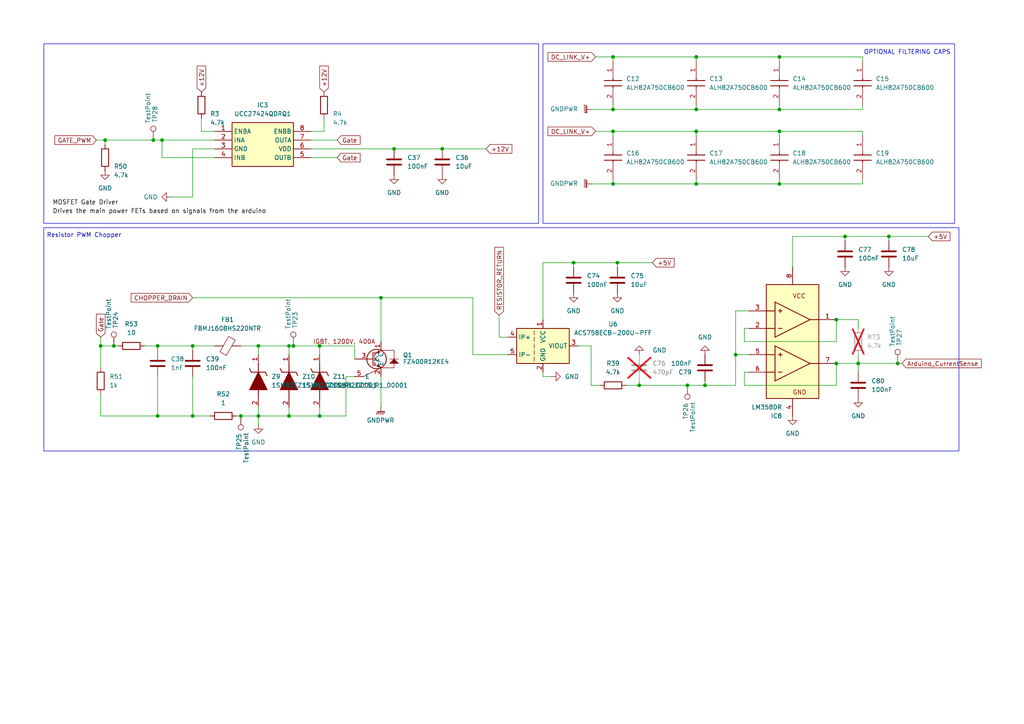
<source format=kicad_sch>
(kicad_sch (version 20250114) (generator "eeschema") (generator_version "9.0")
  (paper "A4")
  (lib_symbols
    (symbol "Connector:TestPoint" (pin_numbers (hide yes)) (pin_names (offset 0.762) (hide yes))
      (property "Reference" "TP" (at 0 6.858 0))
      (property "Value" "TestPoint" (at 0 5.08 0))
      (symbol "TestPoint_0_1"
        (circle (center 0 3.302) (radius 0.762))
      )
      (symbol "TestPoint_1_1"
        (pin passive line (at 0 0 90) (length 2.54) (name "1") (number "1"))
      )
    )
    (symbol "Device:C" (pin_numbers (hide yes)) (pin_names (offset 0.254))
      (property "Reference" "C" (at 0.635 2.54 0))
      (property "Value" "C" (at 0.635 -2.54 0))
      (symbol "C_0_1"
        (polyline (pts (xy -2.032 0.762) (xy 2.032 0.762)) (stroke (width 0.508)))
        (polyline (pts (xy -2.032 -0.762) (xy 2.032 -0.762)) (stroke (width 0.508)))
      )
      (symbol "C_1_1"
        (pin passive line (at 0 3.81 270) (length 2.794) (name "~") (number "1"))
        (pin passive line (at 0 -3.81 90) (length 2.794) (name "~") (number "2"))
      )
    )
    (symbol "Device:FerriteBead" (pin_numbers (hide yes)) (pin_names (offset 0))
      (property "Reference" "FB" (at -3.81 0.635 90))
      (property "Value" "FerriteBead" (at 3.81 0 90))
      (symbol "FerriteBead_0_1"
        (polyline (pts (xy -2.7686 0.4064) (xy -1.7018 2.2606) (xy 2.7686 -0.3048) (xy 1.6764 -2.159) (xy -2.7686 0.4064)))
        (polyline (pts (xy 0 1.27) (xy 0 1.2954)))
        (polyline (pts (xy 0 -1.27) (xy 0 -1.2192)))
      )
      (symbol "FerriteBead_1_1"
        (pin passive line (at 0 3.81 270) (length 2.54) (name "~") (number "1"))
        (pin passive line (at 0 -3.81 90) (length 2.54) (name "~") (number "2"))
      )
    )
    (symbol "Device:R" (pin_numbers (hide yes)) (pin_names (offset 0))
      (property "Reference" "R" (at 2.032 0 90))
      (property "Value" "R" (at 0 0 90))
      (symbol "R_0_1"
        (rectangle (start -1.016 -2.54) (end 1.016 2.54) (stroke (width 0.254)))
      )
      (symbol "R_1_1"
        (pin passive line (at 0 3.81 270) (length 1.27) (name "~") (number "1"))
        (pin passive line (at 0 -3.81 90) (length 1.27) (name "~") (number "2"))
      )
    )
    (symbol "InverterCom:1SMB2EZ15_R1_00001" (pin_names (hide yes))
      (property "Reference" "Z" (at 10.16 8.89 0))
      (property "Value" "1SMB2EZ15_R1_00001" (at 10.16 6.35 0))
      (symbol "1SMB2EZ15_R1_00001_1_1"
        (polyline (pts (xy 2.54 0) (xy 5.08 0)) (stroke (width 0.254)))
        (polyline (pts (xy 4.064 -2.54) (xy 5.08 -2.032)) (stroke (width 0.254)))
        (polyline (pts (xy 5.08 2.032) (xy 5.08 -2.032)) (stroke (width 0.254)))
        (polyline (pts (xy 5.08 2.032) (xy 6.096 2.54)) (stroke (width 0.254)))
        (polyline (pts (xy 5.08 0) (xy 10.16 2.54) (xy 10.16 -2.54) (xy 5.08 0)) (stroke (width 0.254)) (fill (type outline)))
        (polyline (pts (xy 12.7 0) (xy 10.16 0)) (stroke (width 0.254)))
        (pin passive line (at 0 0 0) (length 2.54) (name "K") (number "1"))
        (pin passive line (at 15.24 0 180) (length 2.54) (name "A") (number "2"))
      )
    )
    (symbol "InverterCom:ALH82A750CB600" (pin_names (hide yes))
      (property "Reference" "C" (at 8.89 6.35 0))
      (property "Value" "ALH82A750CB600" (at 8.89 3.81 0))
      (symbol "ALH82A750CB600_1_1"
        (polyline (pts (xy 5.08 0) (xy 5.588 0)) (stroke (width 0.254)))
        (polyline (pts (xy 5.588 2.54) (xy 5.588 -2.54)) (stroke (width 0.254)))
        (polyline (pts (xy 7.112 2.54) (xy 7.112 -2.54)) (stroke (width 0.254)))
        (polyline (pts (xy 7.112 0) (xy 7.62 0)) (stroke (width 0.254)))
        (pin passive line (at 0 0 0) (length 5.08) (name "1") (number "1"))
        (pin passive line (at 12.7 0 180) (length 5.08) (name "2") (number "2"))
      )
    )
    (symbol "InverterCom:FZ400R12KE4"
      (property "Reference" "Q" (at 1.27 7.62 0))
      (symbol "FZ400R12KE4_0_1"
        (polyline (pts (xy 2.54 -5.08) (xy 7.62 -2.54)))
        (polyline (pts (xy 5.334 1.905) (xy 5.334 -1.905) (xy 5.334 -1.905)) (stroke (width 0.254)))
        (polyline (pts (xy 5.842 2.032) (xy 5.842 1.016)) (stroke (width 0.254)))
        (polyline (pts (xy 5.842 0.508) (xy 5.842 -0.508)) (stroke (width 0.254)))
        (polyline (pts (xy 5.842 -1.016) (xy 5.842 -2.032)) (stroke (width 0.254)))
        (circle (center 6.35 0) (radius 2.8194) (stroke (width 0.254)))
        (polyline (pts (xy 6.477 -2.159) (xy 6.731 -1.651) (xy 7.62 -2.413) (xy 6.477 -2.159)) (fill (type outline)))
        (polyline (pts (xy 7.239 1.905) (xy 6.985 2.413) (xy 6.096 1.651) (xy 7.239 1.905)) (fill (type outline)))
        (polyline (pts (xy 7.62 2.413) (xy 5.842 1.524)))
        (polyline (pts (xy 7.62 -0.889) (xy 5.842 0)))
        (polyline (pts (xy 7.62 -2.413) (xy 5.842 -1.524)))
        (polyline (pts (xy 7.62 -2.54) (xy 11.43 -2.54) (xy 11.43 2.54) (xy 7.62 2.54)))
        (polyline (pts (xy 10.16 0) (xy 12.7 0)))
        (polyline (pts (xy 10.16 -1.27) (xy 11.43 -1.27) (xy 12.7 -1.27) (xy 11.43 0) (xy 10.16 -1.27) (xy 11.43 -1.27) (xy 10.16 -1.27)) (fill (type outline)))
      )
      (symbol "FZ400R12KE4_1_1"
        (text "IGBT, 1200V, 400A" (at -3.048 5.08 0) (effects (font (size 1.27 1.27))))
        (pin input line (at 0 0 0) (length 5.334) (name "G") (number "3"))
        (pin passive line (at 0 -5.08 0) (length 2.54) (name "E") (number "5"))
        (pin passive line (at 7.62 5.08 270) (length 2.54) (name "C") (number "1"))
        (pin passive line (at 7.62 -5.08 90) (length 2.54) (name "E") (number "2"))
      )
    )
    (symbol "InverterCom:LM358DR" (pin_names (hide yes))
      (property "Reference" "IC" (at 22.86 17.78 0))
      (property "Value" "LM358DR" (at 22.86 15.24 0))
      (symbol "LM358DR_1_1"
        (rectangle (start 5.08 7.62) (end 20.32 -25.4) (stroke (width 0.254)) (fill (type background)))
        (polyline (pts (xy 5.08 0) (xy 7.62 0)) (stroke (width 0.254)))
        (polyline (pts (xy 5.08 -5.08) (xy 7.62 -5.08)) (stroke (width 0.254)))
        (polyline (pts (xy 5.08 -12.7) (xy 7.62 -12.7)) (stroke (width 0.254)))
        (polyline (pts (xy 5.08 -17.78) (xy 7.62 -17.78)) (stroke (width 0.254)))
        (polyline (pts (xy 7.62 -7.62) (xy 7.62 2.54)) (stroke (width 0.254)))
        (polyline (pts (xy 7.62 -10.16) (xy 7.62 -20.32)) (stroke (width 0.254)))
        (polyline (pts (xy 8.636 0) (xy 9.652 0)) (stroke (width 0.254)))
        (polyline (pts (xy 8.636 -5.08) (xy 9.652 -5.08)) (stroke (width 0.254)))
        (polyline (pts (xy 8.636 -12.7) (xy 9.652 -12.7)) (stroke (width 0.254)))
        (polyline (pts (xy 8.636 -17.78) (xy 9.652 -17.78)) (stroke (width 0.254)))
        (polyline (pts (xy 9.144 -0.508) (xy 9.144 0.508)) (stroke (width 0.254)))
        (polyline (pts (xy 9.144 -12.192) (xy 9.144 -13.208)) (stroke (width 0.254)))
        (polyline (pts (xy 17.78 -2.54) (xy 7.62 2.54)) (stroke (width 0.254)))
        (polyline (pts (xy 17.78 -2.54) (xy 7.62 -7.62)) (stroke (width 0.254)))
        (polyline (pts (xy 17.78 -2.54) (xy 20.32 -2.54)) (stroke (width 0.254)))
        (polyline (pts (xy 17.78 -15.24) (xy 7.62 -10.16)) (stroke (width 0.254)))
        (polyline (pts (xy 17.78 -15.24) (xy 7.62 -20.32)) (stroke (width 0.254)))
        (polyline (pts (xy 17.78 -15.24) (xy 20.32 -15.24)) (stroke (width 0.254)))
        (text "VCC" (at 12.7 5.08 0) (effects (font (size 1.27 1.27)) (justify left top)))
        (text "GND" (at 12.7 -22.86 0) (effects (font (size 1.27 1.27)) (justify left top)))
        (pin passive line (at 0 0 0) (length 5.08) (name "IN1+") (number "3"))
        (pin passive line (at 0 -5.08 0) (length 5.08) (name "IN1-") (number "2"))
        (pin passive line (at 0 -12.7 0) (length 5.08) (name "IN2+") (number "5"))
        (pin passive line (at 0 -17.78 0) (length 5.08) (name "IN2-") (number "6"))
        (pin passive line (at 12.7 12.7 270) (length 5.08) (name "V+") (number "8"))
        (pin passive line (at 12.7 -30.48 90) (length 5.08) (name "V-") (number "4"))
        (pin passive line (at 25.4 -2.54 180) (length 5.08) (name "OUT1") (number "1"))
        (pin passive line (at 25.4 -15.24 180) (length 5.08) (name "OUT2") (number "7"))
      )
    )
    (symbol "InverterCom:UCC27424QDRQ1"
      (property "Reference" "IC" (at 24.13 7.62 0))
      (property "Value" "UCC27424QDRQ1" (at 24.13 5.08 0))
      (symbol "UCC27424QDRQ1_1_1"
        (rectangle (start 5.08 2.54) (end 22.86 -10.16) (stroke (width 0.254)) (fill (type background)))
        (pin passive line (at 0 0 0) (length 5.08) (name "ENBA") (number "1"))
        (pin passive line (at 0 -2.54 0) (length 5.08) (name "INA") (number "2"))
        (pin passive line (at 0 -5.08 0) (length 5.08) (name "GND") (number "3"))
        (pin passive line (at 0 -7.62 0) (length 5.08) (name "INB") (number "4"))
        (pin passive line (at 27.94 0 180) (length 5.08) (name "ENBB") (number "8"))
        (pin passive line (at 27.94 -2.54 180) (length 5.08) (name "OUTA") (number "7"))
        (pin passive line (at 27.94 -5.08 180) (length 5.08) (name "VDD") (number "6"))
        (pin passive line (at 27.94 -7.62 180) (length 5.08) (name "OUTB") (number "5"))
      )
    )
    (symbol "Sensor_Current:ACS758xCB-200U-PFF"
      (property "Reference" "U" (at -7.62 6.35 0))
      (property "Value" "ACS758xCB-200U-PFF" (at 2.54 6.35 0))
      (symbol "ACS758xCB-200U-PFF_0_1"
        (rectangle (start -7.62 5.08) (end 7.62 -5.08) (stroke (width 0.254)) (fill (type background)))
        (polyline (pts (xy -2.54 3.175) (xy -2.54 4.445)))
        (polyline (pts (xy -2.54 1.27) (xy -2.54 2.54)))
        (polyline (pts (xy -2.54 0.635) (xy -2.54 -0.635)))
        (polyline (pts (xy -2.54 -1.27) (xy -2.54 -2.54)))
        (polyline (pts (xy -2.54 -3.175) (xy -2.54 -4.445)))
      )
      (symbol "ACS758xCB-200U-PFF_1_1"
        (pin passive line (at -10.16 2.54 0) (length 2.54) (name "IP+") (number "4"))
        (pin passive line (at -10.16 -2.54 0) (length 2.54) (name "IP-") (number "5"))
        (pin power_in line (at 0 7.62 270) (length 2.54) (name "VCC") (number "1"))
        (pin power_in line (at 0 -7.62 90) (length 2.54) (name "GND") (number "2"))
        (pin output line (at 10.16 0 180) (length 2.54) (name "VIOUT") (number "3"))
      )
    )
    (symbol "power:GND" (power) (pin_numbers (hide yes)) (pin_names (offset 0) (hide yes))
      (property "Value" "GND" (at 0 -3.81 0))
      (symbol "GND_0_1"
        (polyline (pts (xy 0 0) (xy 0 -1.27) (xy 1.27 -1.27) (xy 0 -2.54) (xy -1.27 -1.27) (xy 0 -1.27)))
      )
      (symbol "GND_1_1"
        (pin power_in line (at 0 0 270) (length 0) (name "~") (number "1"))
      )
    )
    (symbol "power:GNDPWR" (power) (pin_numbers (hide yes)) (pin_names (offset 0) (hide yes))
      (property "Value" "GNDPWR" (at 0 -3.302 0))
      (symbol "GNDPWR_0_1"
        (polyline (pts (xy -1.016 -1.27) (xy -1.27 -2.032) (xy -1.27 -2.032)) (stroke (width 0.2032)))
        (polyline (pts (xy -0.508 -1.27) (xy -0.762 -2.032) (xy -0.762 -2.032)) (stroke (width 0.2032)))
        (polyline (pts (xy 0 -1.27) (xy 0 0)))
        (polyline (pts (xy 0 -1.27) (xy -0.254 -2.032) (xy -0.254 -2.032)) (stroke (width 0.2032)))
        (polyline (pts (xy 0.508 -1.27) (xy 0.254 -2.032) (xy 0.254 -2.032)) (stroke (width 0.2032)))
        (polyline (pts (xy 1.016 -1.27) (xy -1.016 -1.27) (xy -1.016 -1.27)) (stroke (width 0.2032)))
        (polyline (pts (xy 1.016 -1.27) (xy 0.762 -2.032) (xy 0.762 -2.032) (xy 0.762 -2.032)) (stroke (width 0.2032)))
      )
      (symbol "GNDPWR_1_1"
        (pin power_in line (at 0 0 270) (length 0) (name "~") (number "1"))
      )
    )
  )
  (rectangle (start 12.7 66.04) (end 278.13 130.81))
  (rectangle (start 157.48 12.7) (end 276.86 64.77))
  (rectangle (start 12.7 12.7) (end 156.21 64.77))
  (text "OPTIONAL FILTERING CAPS" (at 263.144 15.24 0) (effects (font (size 1.27 1.27))))
  (text "Resistor PWM Chopper" (at 24.384 68.326 0) (effects (font (size 1.27 1.27))))
  (junction (at 248.92 105.41))
  (junction (at 226.06 31.75))
  (junction (at 177.8 38.1))
  (junction (at 199.39 111.76))
  (junction (at 185.42 111.76))
  (junction (at 166.37 76.2))
  (junction (at 201.93 38.1))
  (junction (at 177.8 53.34))
  (junction (at 29.21 100.33))
  (junction (at 45.72 100.33))
  (junction (at 69.85 120.65))
  (junction (at 83.82 120.65))
  (junction (at 201.93 31.75))
  (junction (at 201.93 16.51))
  (junction (at 55.88 120.65))
  (junction (at 257.81 68.58))
  (junction (at 45.72 120.65))
  (junction (at 46.99 40.64))
  (junction (at 128.27 43.18))
  (junction (at 201.93 53.34))
  (junction (at 242.57 105.41))
  (junction (at 92.71 120.65))
  (junction (at 74.93 120.65))
  (junction (at 55.88 100.33))
  (junction (at 83.82 100.33))
  (junction (at 245.11 68.58))
  (junction (at 33.02 100.33))
  (junction (at 226.06 16.51))
  (junction (at 213.36 102.87))
  (junction (at 30.48 40.64))
  (junction (at 177.8 31.75))
  (junction (at 260.35 105.41))
  (junction (at 204.47 111.76))
  (junction (at 226.06 53.34))
  (junction (at 114.3 43.18))
  (junction (at 177.8 16.51))
  (junction (at 85.09 100.33))
  (junction (at 179.07 76.2))
  (junction (at 110.49 86.36))
  (junction (at 44.45 40.64))
  (junction (at 74.93 100.33))
  (junction (at 242.57 92.71))
  (junction (at 92.71 100.33))
  (junction (at 226.06 38.1))
  (wire (pts (xy 260.35 105.41) (xy 261.62 105.41)))
  (wire (pts (xy 226.06 17.78) (xy 226.06 16.51)))
  (wire (pts (xy 27.94 40.64) (xy 30.48 40.64)))
  (wire (pts (xy 46.99 45.72) (xy 62.23 45.72)))
  (wire (pts (xy 204.47 111.76) (xy 213.36 111.76)))
  (wire (pts (xy 215.9 95.25) (xy 215.9 99.06)))
  (wire (pts (xy 199.39 111.76) (xy 204.47 111.76)))
  (wire (pts (xy 55.88 43.18) (xy 62.23 43.18)))
  (wire (pts (xy 257.81 69.85) (xy 257.81 68.58)))
  (wire (pts (xy 49.53 57.15) (xy 55.88 57.15)))
  (wire (pts (xy 172.72 38.1) (xy 177.8 38.1)))
  (wire (pts (xy 102.87 100.33) (xy 102.87 104.14)))
  (wire (pts (xy 213.36 90.17) (xy 213.36 102.87)))
  (wire (pts (xy 226.06 31.75) (xy 250.19 31.75)))
  (wire (pts (xy 93.98 34.29) (xy 93.98 38.1)))
  (wire (pts (xy 226.06 31.75) (xy 226.06 30.48)))
  (wire (pts (xy 100.33 109.22) (xy 100.33 120.65)))
  (wire (pts (xy 250.19 38.1) (xy 226.06 38.1)))
  (wire (pts (xy 55.88 86.36) (xy 110.49 86.36)))
  (wire (pts (xy 177.8 17.78) (xy 177.8 16.51)))
  (wire (pts (xy 90.17 40.64) (xy 97.79 40.64)))
  (wire (pts (xy 242.57 92.71) (xy 248.92 92.71)))
  (wire (pts (xy 177.8 31.75) (xy 201.93 31.75)))
  (wire (pts (xy 30.48 40.64) (xy 44.45 40.64)))
  (wire (pts (xy 55.88 109.22) (xy 55.88 120.65)))
  (wire (pts (xy 29.21 120.65) (xy 29.21 114.3)))
  (wire (pts (xy 46.99 40.64) (xy 62.23 40.64)))
  (wire (pts (xy 144.78 97.79) (xy 147.32 97.79)))
  (wire (pts (xy 29.21 100.33) (xy 29.21 97.79)))
  (wire (pts (xy 248.92 102.87) (xy 248.92 105.41)))
  (wire (pts (xy 46.99 40.64) (xy 46.99 45.72)))
  (wire (pts (xy 100.33 109.22) (xy 102.87 109.22)))
  (wire (pts (xy 204.47 110.49) (xy 204.47 111.76)))
  (wire (pts (xy 226.06 53.34) (xy 226.06 52.07)))
  (wire (pts (xy 257.81 68.58) (xy 269.24 68.58)))
  (wire (pts (xy 85.09 100.33) (xy 92.71 100.33)))
  (wire (pts (xy 201.93 53.34) (xy 201.93 52.07)))
  (wire (pts (xy 171.45 100.33) (xy 167.64 100.33)))
  (wire (pts (xy 34.29 100.33) (xy 33.02 100.33)))
  (wire (pts (xy 44.45 40.64) (xy 46.99 40.64)))
  (wire (pts (xy 213.36 90.17) (xy 217.17 90.17)))
  (wire (pts (xy 213.36 111.76) (xy 213.36 102.87)))
  (wire (pts (xy 137.16 86.36) (xy 137.16 102.87)))
  (wire (pts (xy 55.88 100.33) (xy 62.23 100.33)))
  (wire (pts (xy 55.88 120.65) (xy 45.72 120.65)))
  (wire (pts (xy 226.06 38.1) (xy 201.93 38.1)))
  (wire (pts (xy 55.88 120.65) (xy 60.96 120.65)))
  (wire (pts (xy 179.07 77.47) (xy 179.07 76.2)))
  (wire (pts (xy 242.57 99.06) (xy 242.57 92.71)))
  (wire (pts (xy 189.23 76.2) (xy 179.07 76.2)))
  (wire (pts (xy 250.19 31.75) (xy 250.19 30.48)))
  (wire (pts (xy 92.71 100.33) (xy 102.87 100.33)))
  (wire (pts (xy 83.82 100.33) (xy 85.09 100.33)))
  (wire (pts (xy 45.72 109.22) (xy 45.72 120.65)))
  (wire (pts (xy 74.93 100.33) (xy 83.82 100.33)))
  (wire (pts (xy 69.85 120.65) (xy 68.58 120.65)))
  (wire (pts (xy 229.87 68.58) (xy 245.11 68.58)))
  (wire (pts (xy 217.17 95.25) (xy 215.9 95.25)))
  (wire (pts (xy 215.9 99.06) (xy 242.57 99.06)))
  (wire (pts (xy 201.93 31.75) (xy 226.06 31.75)))
  (wire (pts (xy 250.19 53.34) (xy 250.19 52.07)))
  (wire (pts (xy 144.78 91.44) (xy 144.78 97.79)))
  (wire (pts (xy 58.42 34.29) (xy 58.42 38.1)))
  (wire (pts (xy 171.45 111.76) (xy 171.45 100.33)))
  (wire (pts (xy 157.48 107.95) (xy 157.48 109.22)))
  (wire (pts (xy 177.8 53.34) (xy 201.93 53.34)))
  (wire (pts (xy 185.42 111.76) (xy 199.39 111.76)))
  (wire (pts (xy 226.06 16.51) (xy 201.93 16.51)))
  (wire (pts (xy 55.88 100.33) (xy 55.88 101.6)))
  (wire (pts (xy 171.45 31.75) (xy 177.8 31.75)))
  (wire (pts (xy 215.9 111.76) (xy 242.57 111.76)))
  (wire (pts (xy 201.93 16.51) (xy 177.8 16.51)))
  (wire (pts (xy 177.8 39.37) (xy 177.8 38.1)))
  (wire (pts (xy 201.93 53.34) (xy 226.06 53.34)))
  (wire (pts (xy 62.23 38.1) (xy 58.42 38.1)))
  (wire (pts (xy 177.8 31.75) (xy 177.8 30.48)))
  (wire (pts (xy 171.45 53.34) (xy 177.8 53.34)))
  (wire (pts (xy 172.72 16.51) (xy 177.8 16.51)))
  (wire (pts (xy 90.17 43.18) (xy 114.3 43.18)))
  (wire (pts (xy 226.06 39.37) (xy 226.06 38.1)))
  (wire (pts (xy 90.17 45.72) (xy 97.79 45.72)))
  (wire (pts (xy 245.11 69.85) (xy 245.11 68.58)))
  (wire (pts (xy 74.93 118.11) (xy 74.93 120.65)))
  (wire (pts (xy 29.21 120.65) (xy 45.72 120.65)))
  (wire (pts (xy 248.92 105.41) (xy 248.92 107.95)))
  (wire (pts (xy 110.49 86.36) (xy 110.49 99.06)))
  (wire (pts (xy 92.71 120.65) (xy 100.33 120.65)))
  (wire (pts (xy 229.87 68.58) (xy 229.87 77.47)))
  (wire (pts (xy 171.45 111.76) (xy 173.99 111.76)))
  (wire (pts (xy 114.3 43.18) (xy 128.27 43.18)))
  (wire (pts (xy 215.9 107.95) (xy 215.9 111.76)))
  (wire (pts (xy 248.92 92.71) (xy 248.92 95.25)))
  (wire (pts (xy 250.19 16.51) (xy 226.06 16.51)))
  (wire (pts (xy 217.17 107.95) (xy 215.9 107.95)))
  (wire (pts (xy 83.82 100.33) (xy 83.82 102.87)))
  (wire (pts (xy 92.71 100.33) (xy 92.71 102.87)))
  (wire (pts (xy 83.82 118.11) (xy 83.82 120.65)))
  (wire (pts (xy 166.37 77.47) (xy 166.37 76.2)))
  (wire (pts (xy 201.93 17.78) (xy 201.93 16.51)))
  (wire (pts (xy 110.49 86.36) (xy 137.16 86.36)))
  (wire (pts (xy 201.93 39.37) (xy 201.93 38.1)))
  (wire (pts (xy 137.16 102.87) (xy 147.32 102.87)))
  (wire (pts (xy 181.61 111.76) (xy 185.42 111.76)))
  (wire (pts (xy 45.72 100.33) (xy 41.91 100.33)))
  (wire (pts (xy 83.82 120.65) (xy 92.71 120.65)))
  (wire (pts (xy 177.8 53.34) (xy 177.8 52.07)))
  (wire (pts (xy 166.37 76.2) (xy 157.48 76.2)))
  (wire (pts (xy 74.93 120.65) (xy 69.85 120.65)))
  (wire (pts (xy 74.93 120.65) (xy 83.82 120.65)))
  (wire (pts (xy 93.98 38.1) (xy 90.17 38.1)))
  (wire (pts (xy 29.21 100.33) (xy 29.21 106.68)))
  (wire (pts (xy 45.72 101.6) (xy 45.72 100.33)))
  (wire (pts (xy 248.92 105.41) (xy 260.35 105.41)))
  (wire (pts (xy 157.48 109.22) (xy 160.02 109.22)))
  (wire (pts (xy 185.42 110.49) (xy 185.42 111.76)))
  (wire (pts (xy 74.93 100.33) (xy 74.93 102.87)))
  (wire (pts (xy 250.19 39.37) (xy 250.19 38.1)))
  (wire (pts (xy 201.93 31.75) (xy 201.93 30.48)))
  (wire (pts (xy 179.07 76.2) (xy 166.37 76.2)))
  (wire (pts (xy 92.71 118.11) (xy 92.71 120.65)))
  (wire (pts (xy 201.93 38.1) (xy 177.8 38.1)))
  (wire (pts (xy 250.19 17.78) (xy 250.19 16.51)))
  (wire (pts (xy 242.57 105.41) (xy 248.92 105.41)))
  (wire (pts (xy 110.49 118.11) (xy 110.49 109.22)))
  (wire (pts (xy 45.72 100.33) (xy 55.88 100.33)))
  (wire (pts (xy 30.48 40.64) (xy 30.48 41.91)))
  (wire (pts (xy 242.57 111.76) (xy 242.57 105.41)))
  (wire (pts (xy 74.93 120.65) (xy 74.93 123.19)))
  (wire (pts (xy 213.36 102.87) (xy 217.17 102.87)))
  (wire (pts (xy 33.02 100.33) (xy 29.21 100.33)))
  (wire (pts (xy 157.48 76.2) (xy 157.48 92.71)))
  (wire (pts (xy 226.06 53.34) (xy 250.19 53.34)))
  (wire (pts (xy 128.27 43.18) (xy 140.97 43.18)))
  (wire (pts (xy 55.88 43.18) (xy 55.88 57.15)))
  (wire (pts (xy 245.11 68.58) (xy 257.81 68.58)))
  (wire (pts (xy 69.85 100.33) (xy 74.93 100.33)))
  (label "MOSFET Gate Driver" (at 15.24 59.69 0))
  (label "Drives the main power FETs based on signals from the arduino" (at 15.24 62.23 0))
  (global_label "Gate" (shape input) (at 97.79 40.64 0) (property "Intersheetrefs" "${INTERSHEET_REFS}" (effects (hide yes))))
  (global_label "+12V" (shape input) (at 58.42 26.67 90) (property "Intersheetrefs" "${INTERSHEET_REFS}" (effects (hide yes))))
  (global_label "Gate" (shape input) (at 29.21 97.79 90) (property "Intersheetrefs" "${INTERSHEET_REFS}" (effects (hide yes))))
  (global_label "+5V" (shape input) (at 269.24 68.58 0) (property "Intersheetrefs" "${INTERSHEET_REFS}" (effects (hide yes))))
  (global_label "Arduino_CurrentSense" (shape input) (at 261.62 105.41 0) (property "Intersheetrefs" "${INTERSHEET_REFS}" (effects (hide yes))))
  (global_label "+12V" (shape input) (at 140.97 43.18 0) (property "Intersheetrefs" "${INTERSHEET_REFS}" (effects (hide yes))))
  (global_label "GATE_PWM" (shape input) (at 27.94 40.64 180) (property "Intersheetrefs" "${INTERSHEET_REFS}" (effects (hide yes))))
  (global_label "CHOPPER_DRAIN" (shape input) (at 55.88 86.36 180) (property "Intersheetrefs" "${INTERSHEET_REFS}" (effects (hide yes))))
  (global_label "DC_LINK_V+" (shape input) (at 172.72 38.1 180) (property "Intersheetrefs" "${INTERSHEET_REFS}" (effects (hide yes))))
  (global_label "Gate" (shape input) (at 97.79 45.72 0) (property "Intersheetrefs" "${INTERSHEET_REFS}" (effects (hide yes))))
  (global_label "RESISTOR_RETURN" (shape input) (at 144.78 91.44 90) (property "Intersheetrefs" "${INTERSHEET_REFS}" (effects (hide yes))))
  (global_label "+12V" (shape input) (at 93.98 26.67 90) (property "Intersheetrefs" "${INTERSHEET_REFS}" (effects (hide yes))))
  (global_label "+5V" (shape input) (at 189.23 76.2 0) (property "Intersheetrefs" "${INTERSHEET_REFS}" (effects (hide yes))))
  (global_label "DC_LINK_V+" (shape input) (at 172.72 16.51 180) (property "Intersheetrefs" "${INTERSHEET_REFS}" (effects (hide yes))))
  (symbol (lib_id "Device:C") (at 204.47 106.68 180) (unit 1)
    (property "Reference" "C79" (at 200.66 107.9501 0) (effects (justify left)))
    (property "Value" "100nF" (at 200.66 105.4101 0) (effects (justify left)))
    (property "Footprint" "Capacitor_SMD:C_1210_3225Metric_Pad1.33x2.70mm_HandSolder" (effects (hide yes)))
    (property "Description" "Unpolarized capacitor" (effects (hide yes)))
  )
  (symbol (lib_id "Connector:TestPoint") (at 85.09 100.33 0) (unit 1)
    (property "Reference" "TP23" (at 85.598 95.25 90) (effects (justify left)))
    (property "Value" "TestPoint" (at 83.566 95.504 90) (effects (justify left)))
    (property "Footprint" "TestPoint:TestPoint_Loop_D2.54mm_Drill1.5mm_Beaded" (effects (hide yes)))
    (property "Description" "test point" (effects (hide yes)))
  )
  (symbol (lib_id "Device:C") (at 245.11 73.66 0) (unit 1)
    (property "Reference" "C77" (at 248.92 72.3899 0) (effects (justify left)))
    (property "Value" "100nF" (at 248.92 74.9299 0) (effects (justify left)))
    (property "Footprint" "Capacitor_SMD:C_1210_3225Metric_Pad1.33x2.70mm_HandSolder" (effects (hide yes)))
    (property "Description" "Unpolarized capacitor" (effects (hide yes)))
  )
  (symbol (lib_id "power:GND") (at 74.93 123.19 0) (unit 1)
    (property "Reference" "#PWR0124" (effects (hide yes)))
    (property "Value" "GND" (at 74.93 128.27 0))
    (property "Description" "Power symbol creates a global label with name \"GND\" , ground" (effects (hide yes)))
  )
  (symbol (lib_id "power:GND") (at 245.11 77.47 0) (unit 1)
    (property "Reference" "#PWR0114" (effects (hide yes)))
    (property "Value" "GND" (at 245.11 82.55 0))
    (property "Description" "Power symbol creates a global label with name \"GND\" , ground" (effects (hide yes)))
  )
  (symbol (lib_id "InverterCom:ALH82A750CB600") (at 201.93 17.78 270) (unit 1)
    (property "Reference" "C13" (at 205.74 22.8599 90) (effects (justify left)))
    (property "Value" "ALH82A750CB600" (at 205.74 25.3999 90) (effects (justify left)))
    (property "Footprint" "InverterCom:ALH82A750CB600" (effects (hide yes)))
    (property "Datasheet" "https://search.kemet.com/component-documentation/download/specsheet/ALH82A750CB600" (effects (hide yes)))
    (property "Description" "75 F 600 V Aluminum Electrolytic Capacitors Radial, Can - Snap-In 1.861Ohm @ 100Hz 3000 Hrs @ 105C" (effects (hide yes)))
    (property "Height" "32" (effects (hide yes)))
    (property "Mouser Part Number" "80-ALH82A750CB600" (effects (hide yes)))
    (property "Mouser Price/Stock" "https://www.mouser.co.uk/ProductDetail/KEMET/ALH82A750CB600?qs=IPgv5n7u5QYD2qLIrnuv%2FQ%3D%3D" (effects (hide yes)))
    (property "Manufacturer_Name" "KEMET" (effects (hide yes)))
    (property "Manufacturer_Part_Number" "ALH82A750CB600" (effects (hide yes)))
  )
  (symbol (lib_id "Device:C") (at 114.3 46.99 0) (unit 1)
    (property "Reference" "C37" (at 118.11 45.7199 0) (effects (justify left)))
    (property "Value" "100nF" (at 118.11 48.2599 0) (effects (justify left)))
    (property "Footprint" "Capacitor_SMD:C_1210_3225Metric_Pad1.33x2.70mm_HandSolder" (effects (hide yes)))
    (property "Description" "Unpolarized capacitor" (effects (hide yes)))
  )
  (symbol (lib_id "Device:FerriteBead") (at 66.04 100.33 90) (unit 1)
    (property "Reference" "FB1" (at 65.9892 92.71 90))
    (property "Value" "FBMJ1608HS220NTR" (at 65.9892 95.25 90))
    (property "Footprint" "InverterCom:BEADC1608X100N" (effects (hide yes)))
    (property "Description" "Ferrite bead" (effects (hide yes)))
    (property "Height" "1" (effects (hide yes)))
    (property "Mouser Part Number" "963-FBMJ1608HS220NTR" (effects (hide yes)))
    (property "Mouser Price/Stock" "https://www.mouser.co.uk/ProductDetail/TAIYO-YUDEN/FBMJ1608HS220NTR?qs=qEEMd6hQM8XfqBRLulOo%2FQ%3D%3D" (effects (hide yes)))
    (property "Manufacturer_Name" "TAIYO YUDEN" (effects (hide yes)))
    (property "Manufacturer_Part_Number" "FBMJ1608HS220NTR" (effects (hide yes)))
  )
  (symbol (lib_id "Connector:TestPoint") (at 69.85 120.65 180) (unit 1)
    (property "Reference" "TP25" (at 69.342 125.73 90) (effects (justify left)))
    (property "Value" "TestPoint" (at 71.374 125.476 90) (effects (justify left)))
    (property "Footprint" "TestPoint:TestPoint_Loop_D2.54mm_Drill1.5mm_Beaded" (effects (hide yes)))
    (property "Description" "test point" (effects (hide yes)))
  )
  (symbol (lib_id "power:GND") (at 49.53 57.15 270) (unit 1)
    (property "Reference" "#PWR0103" (effects (hide yes)))
    (property "Value" "GND" (at 45.72 57.1499 90) (effects (justify right)))
    (property "Description" "Power symbol creates a global label with name \"GND\" , ground" (effects (hide yes)))
  )
  (symbol (lib_id "InverterCom:1SMB2EZ15_R1_00001") (at 83.82 102.87 270) (unit 1)
    (property "Reference" "Z10" (at 87.63 109.2199 90) (effects (justify left)))
    (property "Value" "1SMB2EZ15_R1_00001" (at 87.63 111.7599 90) (effects (justify left)))
    (property "Footprint" "InverterCom:1SMB2EZ15_R1_00001" (effects (hide yes)))
    (property "Datasheet" "https://www.panjit.com.tw/upload/datasheet/1SMB2EZ6.8_SERIES.pdf" (effects (hide yes)))
    (property "Description" "Zener Diode 15 V 2 W +/-5% Surface Mount SMB (DO-214AA)" (effects (hide yes)))
    (property "Height" "2.44" (effects (hide yes)))
    (property "Mouser Part Number" "241-1SMB2EZ15R100001" (effects (hide yes)))
    (property "Mouser Price/Stock" "https://www.mouser.co.uk/ProductDetail/Panjit/1SMB2EZ15_R1_00001?qs=sPbYRqrBIVlScXzJBeNObw%3D%3D" (effects (hide yes)))
    (property "Manufacturer_Name" "PANJIT" (effects (hide yes)))
    (property "Manufacturer_Part_Number" "1SMB2EZ15_R1_00001" (effects (hide yes)))
  )
  (symbol (lib_id "InverterCom:FZ400R12KE4") (at 102.87 104.14 0) (unit 1)
    (property "Reference" "Q1" (at 116.84 102.9941 0) (effects (justify left)))
    (property "Value" "FZ400R12KE4" (at 116.84 104.8992 0) (effects (justify left)))
    (property "Footprint" "InverterCom:FZ400R12KE4" (effects (hide yes)))
  )
  (symbol (lib_id "Device:C") (at 257.81 73.66 0) (unit 1)
    (property "Reference" "C78" (at 261.62 72.3899 0) (effects (justify left)))
    (property "Value" "10uF" (at 261.62 74.9299 0) (effects (justify left)))
    (property "Footprint" "Capacitor_SMD:C_1210_3225Metric_Pad1.33x2.70mm_HandSolder" (effects (hide yes)))
    (property "Description" "Unpolarized capacitor" (effects (hide yes)))
  )
  (symbol (lib_id "Device:C") (at 185.42 106.68 0) (unit 1) (dnp yes)
    (property "Reference" "C76" (at 189.23 105.4099 0) (effects (justify left)))
    (property "Value" "470pF" (at 189.23 107.9499 0) (effects (justify left)))
    (property "Footprint" "Capacitor_SMD:C_1210_3225Metric_Pad1.33x2.70mm_HandSolder" (effects (hide yes)))
    (property "Description" "Unpolarized capacitor" (effects (hide yes)))
  )
  (symbol (lib_id "Connector:TestPoint") (at 44.45 40.64 0) (unit 1)
    (property "Reference" "TP28" (at 44.958 35.56 90) (effects (justify left)))
    (property "Value" "TestPoint" (at 42.926 35.814 90) (effects (justify left)))
    (property "Footprint" "TestPoint:TestPoint_Loop_D2.54mm_Drill1.5mm_Beaded" (effects (hide yes)))
    (property "Description" "test point" (effects (hide yes)))
  )
  (symbol (lib_id "Connector:TestPoint") (at 33.02 100.33 0) (unit 1)
    (property "Reference" "TP24" (at 33.528 95.25 90) (effects (justify left)))
    (property "Value" "TestPoint" (at 31.496 95.504 90) (effects (justify left)))
    (property "Footprint" "TestPoint:TestPoint_Loop_D2.54mm_Drill1.5mm_Beaded" (effects (hide yes)))
    (property "Description" "test point" (effects (hide yes)))
  )
  (symbol (lib_id "Device:R") (at 58.42 30.48 180) (unit 1)
    (property "Reference" "R3" (at 60.96 33.0199 0) (effects (justify right)))
    (property "Value" "4.7k" (at 60.96 35.5599 0) (effects (justify right)))
    (property "Footprint" "Resistor_SMD:R_1210_3225Metric_Pad1.30x2.65mm_HandSolder" (effects (hide yes)))
    (property "Description" "Resistor" (effects (hide yes)))
  )
  (symbol (lib_id "Device:R") (at 93.98 30.48 180) (unit 1)
    (property "Reference" "R4" (at 96.52 33.0199 0) (effects (justify right)))
    (property "Value" "4.7k" (at 96.52 35.5599 0) (effects (justify right)))
    (property "Footprint" "Resistor_SMD:R_1210_3225Metric_Pad1.30x2.65mm_HandSolder" (effects (hide yes)))
    (property "Description" "Resistor" (effects (hide yes)))
  )
  (symbol (lib_id "Device:R") (at 30.48 45.72 180) (unit 1)
    (property "Reference" "R50" (at 33.02 48.2599 0) (effects (justify right)))
    (property "Value" "4.7k" (at 33.02 50.7999 0) (effects (justify right)))
    (property "Footprint" "Resistor_SMD:R_1210_3225Metric_Pad1.30x2.65mm_HandSolder" (effects (hide yes)))
    (property "Description" "Resistor" (effects (hide yes)))
  )
  (symbol (lib_id "Device:R") (at 29.21 110.49 0) (unit 1)
    (property "Reference" "R51" (at 31.75 109.2199 0) (effects (justify left)))
    (property "Value" "1k" (at 31.75 111.7599 0) (effects (justify left)))
    (property "Footprint" "Resistor_SMD:R_1210_3225Metric_Pad1.30x2.65mm_HandSolder" (effects (hide yes)))
    (property "Description" "Resistor" (effects (hide yes)))
  )
  (symbol (lib_id "power:GND") (at 179.07 85.09 0) (unit 1)
    (property "Reference" "#PWR0110" (effects (hide yes)))
    (property "Value" "GND" (at 179.07 90.17 0))
    (property "Description" "Power symbol creates a global label with name \"GND\" , ground" (effects (hide yes)))
  )
  (symbol (lib_id "Device:C") (at 45.72 105.41 180) (unit 1)
    (property "Reference" "C38" (at 49.53 104.1399 0) (effects (justify right)))
    (property "Value" "1nF" (at 49.53 106.6799 0) (effects (justify right)))
    (property "Footprint" "Capacitor_SMD:C_1210_3225Metric_Pad1.33x2.70mm_HandSolder" (effects (hide yes)))
    (property "Description" "Unpolarized capacitor" (effects (hide yes)))
  )
  (symbol (lib_id "InverterCom:ALH82A750CB600") (at 250.19 17.78 270) (unit 1)
    (property "Reference" "C15" (at 254 22.8599 90) (effects (justify left)))
    (property "Value" "ALH82A750CB600" (at 254 25.3999 90) (effects (justify left)))
    (property "Footprint" "InverterCom:ALH82A750CB600" (effects (hide yes)))
    (property "Datasheet" "https://search.kemet.com/component-documentation/download/specsheet/ALH82A750CB600" (effects (hide yes)))
    (property "Description" "75 F 600 V Aluminum Electrolytic Capacitors Radial, Can - Snap-In 1.861Ohm @ 100Hz 3000 Hrs @ 105C" (effects (hide yes)))
    (property "Height" "32" (effects (hide yes)))
    (property "Mouser Part Number" "80-ALH82A750CB600" (effects (hide yes)))
    (property "Mouser Price/Stock" "https://www.mouser.co.uk/ProductDetail/KEMET/ALH82A750CB600?qs=IPgv5n7u5QYD2qLIrnuv%2FQ%3D%3D" (effects (hide yes)))
    (property "Manufacturer_Name" "KEMET" (effects (hide yes)))
    (property "Manufacturer_Part_Number" "ALH82A750CB600" (effects (hide yes)))
  )
  (symbol (lib_id "power:GND") (at 204.47 102.87 180) (unit 1)
    (property "Reference" "#PWR0122" (effects (hide yes)))
    (property "Value" "GND" (at 204.47 97.79 0))
    (property "Description" "Power symbol creates a global label with name \"GND\" , ground" (effects (hide yes)))
  )
  (symbol (lib_id "Device:C") (at 179.07 81.28 0) (unit 1)
    (property "Reference" "C75" (at 182.88 80.0099 0) (effects (justify left)))
    (property "Value" "10uF" (at 182.88 82.5499 0) (effects (justify left)))
    (property "Footprint" "Capacitor_SMD:C_1210_3225Metric_Pad1.33x2.70mm_HandSolder" (effects (hide yes)))
    (property "Description" "Unpolarized capacitor" (effects (hide yes)))
  )
  (symbol (lib_id "Sensor_Current:ACS758xCB-200U-PFF") (at 157.48 100.33 0) (unit 1)
    (property "Reference" "U6" (at 177.8 94.0114 0))
    (property "Value" "ACS758ECB-200U-PFF" (at 177.8 96.5514 0))
    (property "Footprint" "Sensor_Current:Allegro_CB_PFF" (effects (hide yes)))
    (property "Datasheet" "http://www.allegromicro.com/~/media/Files/Datasheets/ACS758-Datasheet.ashx?la=en" (effects (hide yes)))
    (property "Description" "200A Unidirectional Hall-Effect Current Sensor, +5.0V supply, 20mV/A, CB-5 PFF" (effects (hide yes)))
  )
  (symbol (lib_id "Device:R") (at 64.77 120.65 90) (unit 1)
    (property "Reference" "R52" (at 64.77 114.3 90))
    (property "Value" "1" (at 64.77 116.84 90))
    (property "Footprint" "Resistor_SMD:R_1210_3225Metric_Pad1.30x2.65mm_HandSolder" (effects (hide yes)))
    (property "Description" "Resistor" (effects (hide yes)))
  )
  (symbol (lib_id "power:GND") (at 257.81 77.47 0) (unit 1)
    (property "Reference" "#PWR0115" (effects (hide yes)))
    (property "Value" "GND" (at 257.81 82.55 0))
    (property "Description" "Power symbol creates a global label with name \"GND\" , ground" (effects (hide yes)))
  )
  (symbol (lib_id "Device:C") (at 128.27 46.99 0) (unit 1)
    (property "Reference" "C36" (at 132.08 45.7199 0) (effects (justify left)))
    (property "Value" "10uF" (at 132.08 48.2599 0) (effects (justify left)))
    (property "Footprint" "Capacitor_SMD:C_1210_3225Metric_Pad1.33x2.70mm_HandSolder" (effects (hide yes)))
    (property "Description" "Unpolarized capacitor" (effects (hide yes)))
  )
  (symbol (lib_id "power:GNDPWR") (at 171.45 31.75 270) (unit 1)
    (property "Reference" "#PWR018" (effects (hide yes)))
    (property "Value" "GNDPWR" (at 167.64 31.6229 90) (effects (justify right)))
    (property "Description" "Power symbol creates a global label with name \"GNDPWR\" , global ground" (effects (hide yes)))
  )
  (symbol (lib_id "power:GND") (at 128.27 50.8 0) (unit 1)
    (property "Reference" "#PWR0104" (effects (hide yes)))
    (property "Value" "GND" (at 128.27 55.88 0))
    (property "Description" "Power symbol creates a global label with name \"GND\" , ground" (effects (hide yes)))
  )
  (symbol (lib_id "Connector:TestPoint") (at 199.39 111.76 180) (unit 1)
    (property "Reference" "TP26" (at 198.882 116.84 90) (effects (justify left)))
    (property "Value" "TestPoint" (at 200.914 116.586 90) (effects (justify left)))
    (property "Footprint" "TestPoint:TestPoint_Loop_D2.54mm_Drill1.5mm_Beaded" (effects (hide yes)))
    (property "Description" "test point" (effects (hide yes)))
  )
  (symbol (lib_id "power:GND") (at 248.92 115.57 0) (unit 1)
    (property "Reference" "#PWR0125" (effects (hide yes)))
    (property "Value" "GND" (at 248.92 120.65 0))
    (property "Description" "Power symbol creates a global label with name \"GND\" , ground" (effects (hide yes)))
  )
  (symbol (lib_id "Device:C") (at 248.92 111.76 0) (unit 1)
    (property "Reference" "C80" (at 252.73 110.4899 0) (effects (justify left)))
    (property "Value" "100nF" (at 252.73 113.0299 0) (effects (justify left)))
    (property "Footprint" "Capacitor_SMD:C_1210_3225Metric_Pad1.33x2.70mm_HandSolder" (effects (hide yes)))
    (property "Description" "Unpolarized capacitor" (effects (hide yes)))
  )
  (symbol (lib_id "InverterCom:ALH82A750CB600") (at 177.8 17.78 270) (unit 1)
    (property "Reference" "C12" (at 181.61 22.8599 90) (effects (justify left)))
    (property "Value" "ALH82A750CB600" (at 181.61 25.3999 90) (effects (justify left)))
    (property "Footprint" "InverterCom:ALH82A750CB600" (effects (hide yes)))
    (property "Datasheet" "https://search.kemet.com/component-documentation/download/specsheet/ALH82A750CB600" (effects (hide yes)))
    (property "Description" "75 F 600 V Aluminum Electrolytic Capacitors Radial, Can - Snap-In 1.861Ohm @ 100Hz 3000 Hrs @ 105C" (effects (hide yes)))
    (property "Height" "32" (effects (hide yes)))
    (property "Mouser Part Number" "80-ALH82A750CB600" (effects (hide yes)))
    (property "Mouser Price/Stock" "https://www.mouser.co.uk/ProductDetail/KEMET/ALH82A750CB600?qs=IPgv5n7u5QYD2qLIrnuv%2FQ%3D%3D" (effects (hide yes)))
    (property "Manufacturer_Name" "KEMET" (effects (hide yes)))
    (property "Manufacturer_Part_Number" "ALH82A750CB600" (effects (hide yes)))
  )
  (symbol (lib_id "InverterCom:UCC27424QDRQ1") (at 62.23 38.1 0) (unit 1)
    (property "Reference" "IC3" (at 76.2 30.48 0))
    (property "Value" "UCC27424QDRQ1" (at 76.2 33.02 0))
    (property "Footprint" "InverterCom:SOIC127P600X175-8N" (effects (hide yes)))
    (property "Datasheet" "http://www.ti.com/lit/gpn/ucc27424-q1" (effects (hide yes)))
    (property "Description" "Automotive Dual 4A High Speed Low-Side MOSFET Driver With Enable" (effects (hide yes)))
    (property "Height" "1.75" (effects (hide yes)))
    (property "Mouser Part Number" "595-UCC27424QDRQ1" (effects (hide yes)))
    (property "Mouser Price/Stock" "https://www.mouser.co.uk/ProductDetail/Texas-Instruments/UCC27424QDRQ1?qs=3WadRV20yGwTLMr0pUhVuw%3D%3D" (effects (hide yes)))
    (property "Manufacturer_Name" "Texas Instruments" (effects (hide yes)))
    (property "Manufacturer_Part_Number" "UCC27424QDRQ1" (effects (hide yes)))
  )
  (symbol (lib_id "power:GND") (at 30.48 49.53 0) (unit 1)
    (property "Reference" "#PWR0106" (effects (hide yes)))
    (property "Value" "GND" (at 30.48 54.61 0))
    (property "Description" "Power symbol creates a global label with name \"GND\" , ground" (effects (hide yes)))
  )
  (symbol (lib_id "InverterCom:ALH82A750CB600") (at 226.06 17.78 270) (unit 1)
    (property "Reference" "C14" (at 229.87 22.8599 90) (effects (justify left)))
    (property "Value" "ALH82A750CB600" (at 229.87 25.3999 90) (effects (justify left)))
    (property "Footprint" "InverterCom:ALH82A750CB600" (effects (hide yes)))
    (property "Datasheet" "https://search.kemet.com/component-documentation/download/specsheet/ALH82A750CB600" (effects (hide yes)))
    (property "Description" "75 F 600 V Aluminum Electrolytic Capacitors Radial, Can - Snap-In 1.861Ohm @ 100Hz 3000 Hrs @ 105C" (effects (hide yes)))
    (property "Height" "32" (effects (hide yes)))
    (property "Mouser Part Number" "80-ALH82A750CB600" (effects (hide yes)))
    (property "Mouser Price/Stock" "https://www.mouser.co.uk/ProductDetail/KEMET/ALH82A750CB600?qs=IPgv5n7u5QYD2qLIrnuv%2FQ%3D%3D" (effects (hide yes)))
    (property "Manufacturer_Name" "KEMET" (effects (hide yes)))
    (property "Manufacturer_Part_Number" "ALH82A750CB600" (effects (hide yes)))
  )
  (symbol (lib_id "Device:C") (at 55.88 105.41 180) (unit 1)
    (property "Reference" "C39" (at 59.69 104.1399 0) (effects (justify right)))
    (property "Value" "100nF" (at 59.69 106.6799 0) (effects (justify right)))
    (property "Footprint" "Capacitor_SMD:C_1210_3225Metric_Pad1.33x2.70mm_HandSolder" (effects (hide yes)))
    (property "Description" "Unpolarized capacitor" (effects (hide yes)))
  )
  (symbol (lib_id "power:GND") (at 229.87 120.65 0) (unit 1)
    (property "Reference" "#PWR0113" (effects (hide yes)))
    (property "Value" "GND" (at 229.87 125.73 0))
    (property "Description" "Power symbol creates a global label with name \"GND\" , ground" (effects (hide yes)))
  )
  (symbol (lib_id "InverterCom:ALH82A750CB600") (at 250.19 39.37 270) (unit 1)
    (property "Reference" "C19" (at 254 44.4499 90) (effects (justify left)))
    (property "Value" "ALH82A750CB600" (at 254 46.9899 90) (effects (justify left)))
    (property "Footprint" "InverterCom:ALH82A750CB600" (effects (hide yes)))
    (property "Datasheet" "https://search.kemet.com/component-documentation/download/specsheet/ALH82A750CB600" (effects (hide yes)))
    (property "Description" "75 F 600 V Aluminum Electrolytic Capacitors Radial, Can - Snap-In 1.861Ohm @ 100Hz 3000 Hrs @ 105C" (effects (hide yes)))
    (property "Height" "32" (effects (hide yes)))
    (property "Mouser Part Number" "80-ALH82A750CB600" (effects (hide yes)))
    (property "Mouser Price/Stock" "https://www.mouser.co.uk/ProductDetail/KEMET/ALH82A750CB600?qs=IPgv5n7u5QYD2qLIrnuv%2FQ%3D%3D" (effects (hide yes)))
    (property "Manufacturer_Name" "KEMET" (effects (hide yes)))
    (property "Manufacturer_Part_Number" "ALH82A750CB600" (effects (hide yes)))
  )
  (symbol (lib_id "InverterCom:1SMB2EZ15_R1_00001") (at 74.93 102.87 270) (unit 1)
    (property "Reference" "Z9" (at 78.74 109.2199 90) (effects (justify left)))
    (property "Value" "1SMB2EZ15_R1_00001" (at 78.74 111.7599 90) (effects (justify left)))
    (property "Footprint" "InverterCom:1SMB2EZ15_R1_00001" (effects (hide yes)))
    (property "Datasheet" "https://www.panjit.com.tw/upload/datasheet/1SMB2EZ6.8_SERIES.pdf" (effects (hide yes)))
    (property "Description" "Zener Diode 15 V 2 W +/-5% Surface Mount SMB (DO-214AA)" (effects (hide yes)))
    (property "Height" "2.44" (effects (hide yes)))
    (property "Mouser Part Number" "241-1SMB2EZ15R100001" (effects (hide yes)))
    (property "Mouser Price/Stock" "https://www.mouser.co.uk/ProductDetail/Panjit/1SMB2EZ15_R1_00001?qs=sPbYRqrBIVlScXzJBeNObw%3D%3D" (effects (hide yes)))
    (property "Manufacturer_Name" "PANJIT" (effects (hide yes)))
    (property "Manufacturer_Part_Number" "1SMB2EZ15_R1_00001" (effects (hide yes)))
  )
  (symbol (lib_id "power:GNDPWR") (at 171.45 53.34 270) (unit 1)
    (property "Reference" "#PWR019" (effects (hide yes)))
    (property "Value" "GNDPWR" (at 167.64 53.2129 90) (effects (justify right)))
    (property "Description" "Power symbol creates a global label with name \"GNDPWR\" , global ground" (effects (hide yes)))
  )
  (symbol (lib_id "Connector:TestPoint") (at 260.35 105.41 0) (unit 1)
    (property "Reference" "TP27" (at 260.858 100.33 90) (effects (justify left)))
    (property "Value" "TestPoint" (at 258.826 100.584 90) (effects (justify left)))
    (property "Footprint" "TestPoint:TestPoint_Loop_D2.54mm_Drill1.5mm_Beaded" (effects (hide yes)))
    (property "Description" "test point" (effects (hide yes)))
  )
  (symbol (lib_id "power:GND") (at 114.3 50.8 0) (unit 1)
    (property "Reference" "#PWR0105" (effects (hide yes)))
    (property "Value" "GND" (at 114.3 55.88 0))
    (property "Description" "Power symbol creates a global label with name \"GND\" , ground" (effects (hide yes)))
  )
  (symbol (lib_id "InverterCom:ALH82A750CB600") (at 226.06 39.37 270) (unit 1)
    (property "Reference" "C18" (at 229.87 44.4499 90) (effects (justify left)))
    (property "Value" "ALH82A750CB600" (at 229.87 46.9899 90) (effects (justify left)))
    (property "Footprint" "InverterCom:ALH82A750CB600" (effects (hide yes)))
    (property "Datasheet" "https://search.kemet.com/component-documentation/download/specsheet/ALH82A750CB600" (effects (hide yes)))
    (property "Description" "75 F 600 V Aluminum Electrolytic Capacitors Radial, Can - Snap-In 1.861Ohm @ 100Hz 3000 Hrs @ 105C" (effects (hide yes)))
    (property "Height" "32" (effects (hide yes)))
    (property "Mouser Part Number" "80-ALH82A750CB600" (effects (hide yes)))
    (property "Mouser Price/Stock" "https://www.mouser.co.uk/ProductDetail/KEMET/ALH82A750CB600?qs=IPgv5n7u5QYD2qLIrnuv%2FQ%3D%3D" (effects (hide yes)))
    (property "Manufacturer_Name" "KEMET" (effects (hide yes)))
    (property "Manufacturer_Part_Number" "ALH82A750CB600" (effects (hide yes)))
  )
  (symbol (lib_id "InverterCom:LM358DR") (at 217.17 90.17 0) (unit 1)
    (property "Reference" "IC8" (at 226.8535 120.65 0) (effects (justify right)))
    (property "Value" "LM358DR" (at 226.8535 118.11 0) (effects (justify right)))
    (property "Footprint" "InverterCom:SOIC127P600X175-8N" (effects (hide yes)))
    (property "Datasheet" "https://www.ti.com/lit/ds/symlink/lm358.pdf?ts=1593170624750&ref_url=https%253A%252F%252Fwww.ti.com%252Fstore%252Fti%252Fen%252Fp%252Fproduct%252F%253Fp%253DLM358DR%2526keyMatch%253DLM358DR%2526tisearch%253DSearch-EN-everything%2526usecase%253DOPN" (effects (hide yes)))
    (property "Description" "LM358DR, Operational Amplifier 0.7MHz 5 to 28V, 8-Pin SOIC" (effects (hide yes)))
    (property "Height" "1.75" (effects (hide yes)))
    (property "Mouser Part Number" "595-LM358DR" (effects (hide yes)))
    (property "Mouser Price/Stock" "https://www.mouser.co.uk/ProductDetail/Texas-Instruments/LM358DR?qs=Zu35EjizYSSY6pJ37yjmHA%3D%3D" (effects (hide yes)))
    (property "Manufacturer_Name" "Texas Instruments" (effects (hide yes)))
    (property "Manufacturer_Part_Number" "LM358DR" (effects (hide yes)))
  )
  (symbol (lib_id "power:GND") (at 160.02 109.22 90) (unit 1)
    (property "Reference" "#PWR0108" (effects (hide yes)))
    (property "Value" "GND" (at 163.83 109.2199 90) (effects (justify right)))
    (property "Description" "Power symbol creates a global label with name \"GND\" , ground" (effects (hide yes)))
  )
  (symbol (lib_id "power:GNDPWR") (at 110.49 118.11 0) (unit 1)
    (property "Reference" "#PWR0107" (effects (hide yes)))
    (property "Value" "GNDPWR" (at 110.363 121.92 0))
    (property "Description" "Power symbol creates a global label with name \"GNDPWR\" , global ground" (effects (hide yes)))
  )
  (symbol (lib_id "Device:R") (at 248.92 99.06 180) (unit 1) (dnp yes)
    (property "Reference" "R73" (at 251.46 97.7899 0) (effects (justify right)))
    (property "Value" "4.7k" (at 251.46 100.3299 0) (effects (justify right)))
    (property "Footprint" "Resistor_SMD:R_1210_3225Metric_Pad1.30x2.65mm_HandSolder" (effects (hide yes)))
    (property "Description" "Resistor" (effects (hide yes)))
  )
  (symbol (lib_id "InverterCom:ALH82A750CB600") (at 177.8 39.37 270) (unit 1)
    (property "Reference" "C16" (at 181.61 44.4499 90) (effects (justify left)))
    (property "Value" "ALH82A750CB600" (at 181.61 46.9899 90) (effects (justify left)))
    (property "Footprint" "InverterCom:ALH82A750CB600" (effects (hide yes)))
    (property "Datasheet" "https://search.kemet.com/component-documentation/download/specsheet/ALH82A750CB600" (effects (hide yes)))
    (property "Description" "75 F 600 V Aluminum Electrolytic Capacitors Radial, Can - Snap-In 1.861Ohm @ 100Hz 3000 Hrs @ 105C" (effects (hide yes)))
    (property "Height" "32" (effects (hide yes)))
    (property "Mouser Part Number" "80-ALH82A750CB600" (effects (hide yes)))
    (property "Mouser Price/Stock" "https://www.mouser.co.uk/ProductDetail/KEMET/ALH82A750CB600?qs=IPgv5n7u5QYD2qLIrnuv%2FQ%3D%3D" (effects (hide yes)))
    (property "Manufacturer_Name" "KEMET" (effects (hide yes)))
    (property "Manufacturer_Part_Number" "ALH82A750CB600" (effects (hide yes)))
  )
  (symbol (lib_id "power:GND") (at 185.42 102.87 180) (unit 1)
    (property "Reference" "#PWR0111" (effects (hide yes)))
    (property "Value" "GND" (at 189.23 101.5999 0) (effects (justify right)))
    (property "Description" "Power symbol creates a global label with name \"GND\" , ground" (effects (hide yes)))
  )
  (symbol (lib_id "Device:C") (at 166.37 81.28 0) (unit 1)
    (property "Reference" "C74" (at 170.18 80.0099 0) (effects (justify left)))
    (property "Value" "100nF" (at 170.18 82.5499 0) (effects (justify left)))
    (property "Footprint" "Capacitor_SMD:C_1210_3225Metric_Pad1.33x2.70mm_HandSolder" (effects (hide yes)))
    (property "Description" "Unpolarized capacitor" (effects (hide yes)))
  )
  (symbol (lib_id "power:GND") (at 166.37 85.09 0) (unit 1)
    (property "Reference" "#PWR0109" (effects (hide yes)))
    (property "Value" "GND" (at 166.37 90.17 0))
    (property "Description" "Power symbol creates a global label with name \"GND\" , ground" (effects (hide yes)))
  )
  (symbol (lib_id "Device:R") (at 38.1 100.33 90) (unit 1)
    (property "Reference" "R53" (at 38.1 93.98 90))
    (property "Value" "10" (at 38.1 96.52 90))
    (property "Footprint" "Resistor_SMD:R_1210_3225Metric_Pad1.30x2.65mm_HandSolder" (effects (hide yes)))
    (property "Description" "Resistor" (effects (hide yes)))
  )
  (symbol (lib_id "Device:R") (at 177.8 111.76 270) (unit 1)
    (property "Reference" "R39" (at 177.8 105.41 90))
    (property "Value" "4.7k" (at 177.8 107.95 90))
    (property "Footprint" "Resistor_SMD:R_1210_3225Metric_Pad1.30x2.65mm_HandSolder" (effects (hide yes)))
    (property "Description" "Resistor" (effects (hide yes)))
  )
  (symbol (lib_id "InverterCom:ALH82A750CB600") (at 201.93 39.37 270) (unit 1)
    (property "Reference" "C17" (at 205.74 44.4499 90) (effects (justify left)))
    (property "Value" "ALH82A750CB600" (at 205.74 46.9899 90) (effects (justify left)))
    (property "Footprint" "InverterCom:ALH82A750CB600" (effects (hide yes)))
    (property "Datasheet" "https://search.kemet.com/component-documentation/download/specsheet/ALH82A750CB600" (effects (hide yes)))
    (property "Description" "75 F 600 V Aluminum Electrolytic Capacitors Radial, Can - Snap-In 1.861Ohm @ 100Hz 3000 Hrs @ 105C" (effects (hide yes)))
    (property "Height" "32" (effects (hide yes)))
    (property "Mouser Part Number" "80-ALH82A750CB600" (effects (hide yes)))
    (property "Mouser Price/Stock" "https://www.mouser.co.uk/ProductDetail/KEMET/ALH82A750CB600?qs=IPgv5n7u5QYD2qLIrnuv%2FQ%3D%3D" (effects (hide yes)))
    (property "Manufacturer_Name" "KEMET" (effects (hide yes)))
    (property "Manufacturer_Part_Number" "ALH82A750CB600" (effects (hide yes)))
  )
  (symbol (lib_id "InverterCom:1SMB2EZ15_R1_00001") (at 92.71 102.87 270) (unit 1)
    (property "Reference" "Z11" (at 96.52 109.2199 90) (effects (justify left)))
    (property "Value" "1SMB2EZ15_R1_00001" (at 96.52 111.7599 90) (effects (justify left)))
    (property "Footprint" "InverterCom:1SMB2EZ15_R1_00001" (effects (hide yes)))
    (property "Datasheet" "https://www.panjit.com.tw/upload/datasheet/1SMB2EZ6.8_SERIES.pdf" (effects (hide yes)))
    (property "Description" "Zener Diode 15 V 2 W +/-5% Surface Mount SMB (DO-214AA)" (effects (hide yes)))
    (property "Height" "2.44" (effects (hide yes)))
    (property "Mouser Part Number" "241-1SMB2EZ15R100001" (effects (hide yes)))
    (property "Mouser Price/Stock" "https://www.mouser.co.uk/ProductDetail/Panjit/1SMB2EZ15_R1_00001?qs=sPbYRqrBIVlScXzJBeNObw%3D%3D" (effects (hide yes)))
    (property "Manufacturer_Name" "PANJIT" (effects (hide yes)))
    (property "Manufacturer_Part_Number" "1SMB2EZ15_R1_00001" (effects (hide yes)))
  )
)
</source>
